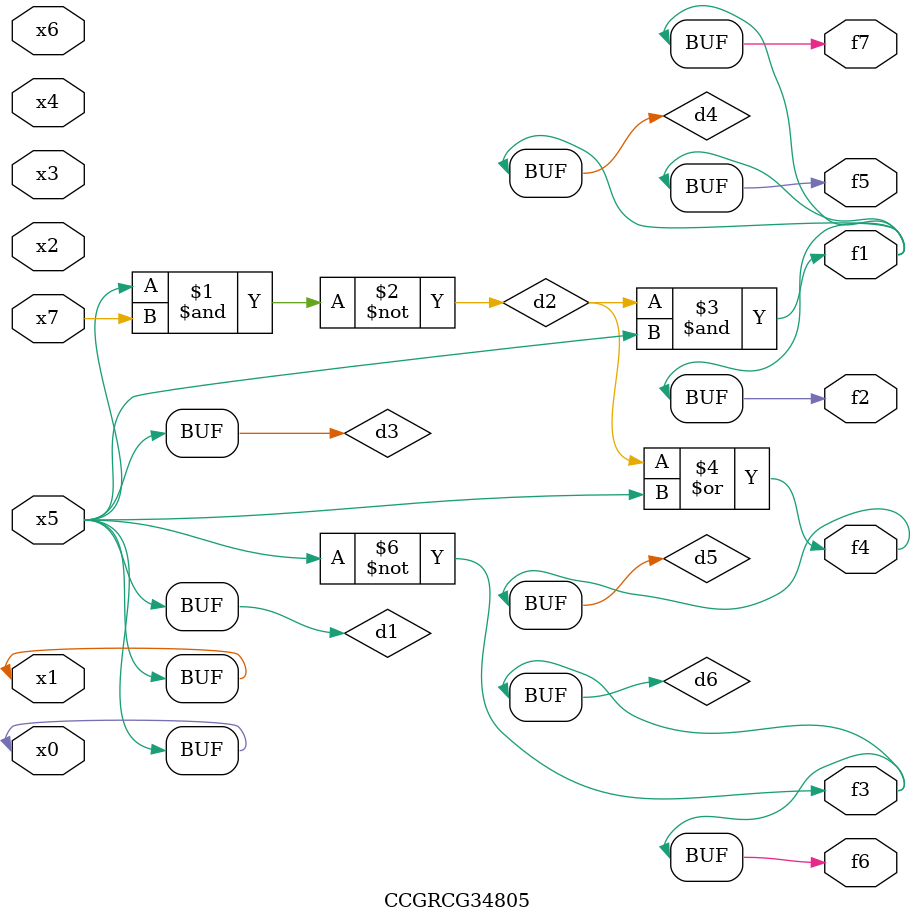
<source format=v>
module CCGRCG34805(
	input x0, x1, x2, x3, x4, x5, x6, x7,
	output f1, f2, f3, f4, f5, f6, f7
);

	wire d1, d2, d3, d4, d5, d6;

	buf (d1, x0, x5);
	nand (d2, x5, x7);
	buf (d3, x0, x1);
	and (d4, d2, d3);
	or (d5, d2, d3);
	nor (d6, d1, d3);
	assign f1 = d4;
	assign f2 = d4;
	assign f3 = d6;
	assign f4 = d5;
	assign f5 = d4;
	assign f6 = d6;
	assign f7 = d4;
endmodule

</source>
